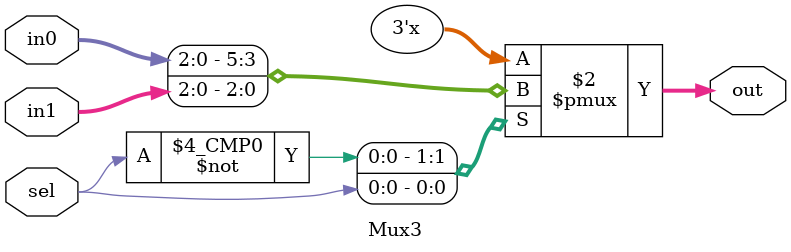
<source format=v>
module Mux3( input [2:0] in0,
				 input [2:0] in1,
				 input sel,
				 output reg [2:0] out);

	always @(*)
		case(sel)
			1'b0: out = in0;
			1'b1: out = in1;
		endcase

endmodule

</source>
